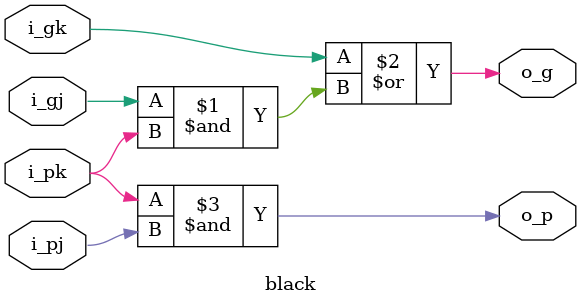
<source format=v>
`default_nettype none

module black(
  input  wire i_pj,
  input  wire i_gj,
  input  wire i_pk,
  input  wire i_gk,
  output wire o_g,
  output wire o_p
);

  assign o_g = i_gk | (i_gj & i_pk);
  assign o_p = i_pk & i_pj;

endmodule

</source>
